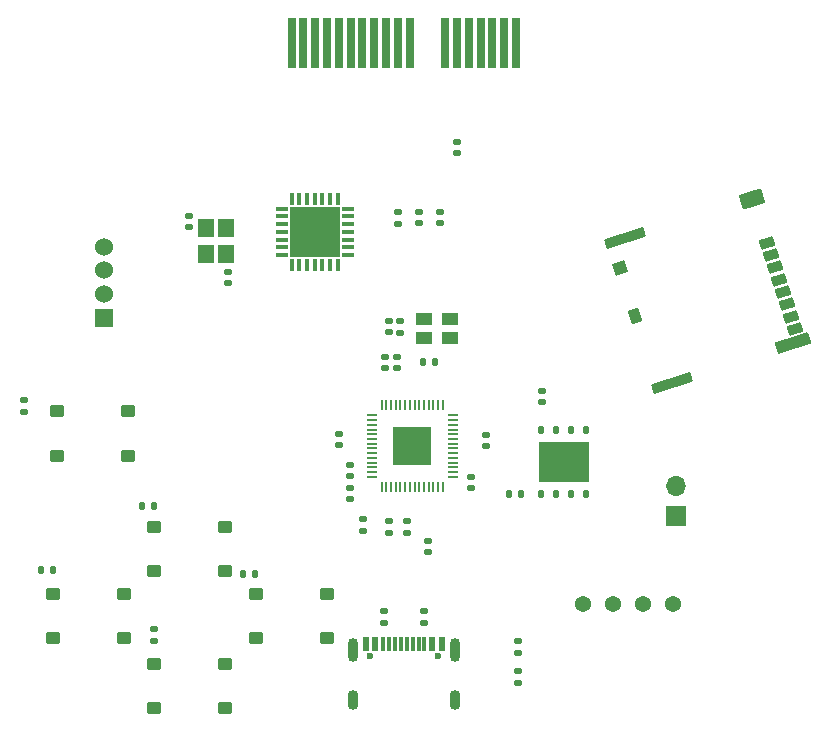
<source format=gbr>
%TF.GenerationSoftware,KiCad,Pcbnew,9.0.0*%
%TF.CreationDate,2025-05-31T20:06:25-04:00*%
%TF.ProjectId,status,73746174-7573-42e6-9b69-6361645f7063,rev?*%
%TF.SameCoordinates,Original*%
%TF.FileFunction,Soldermask,Top*%
%TF.FilePolarity,Negative*%
%FSLAX46Y46*%
G04 Gerber Fmt 4.6, Leading zero omitted, Abs format (unit mm)*
G04 Created by KiCad (PCBNEW 9.0.0) date 2025-05-31 20:06:25*
%MOMM*%
%LPD*%
G01*
G04 APERTURE LIST*
G04 Aperture macros list*
%AMRoundRect*
0 Rectangle with rounded corners*
0 $1 Rounding radius*
0 $2 $3 $4 $5 $6 $7 $8 $9 X,Y pos of 4 corners*
0 Add a 4 corners polygon primitive as box body*
4,1,4,$2,$3,$4,$5,$6,$7,$8,$9,$2,$3,0*
0 Add four circle primitives for the rounded corners*
1,1,$1+$1,$2,$3*
1,1,$1+$1,$4,$5*
1,1,$1+$1,$6,$7*
1,1,$1+$1,$8,$9*
0 Add four rect primitives between the rounded corners*
20,1,$1+$1,$2,$3,$4,$5,0*
20,1,$1+$1,$4,$5,$6,$7,0*
20,1,$1+$1,$6,$7,$8,$9,0*
20,1,$1+$1,$8,$9,$2,$3,0*%
G04 Aperture macros list end*
%ADD10RoundRect,0.125000X0.125000X-0.250000X0.125000X0.250000X-0.125000X0.250000X-0.125000X-0.250000X0*%
%ADD11R,4.300000X3.400000*%
%ADD12RoundRect,0.140000X0.170000X-0.140000X0.170000X0.140000X-0.170000X0.140000X-0.170000X-0.140000X0*%
%ADD13RoundRect,0.135000X-0.185000X0.135000X-0.185000X-0.135000X0.185000X-0.135000X0.185000X0.135000X0*%
%ADD14RoundRect,0.135000X0.185000X-0.135000X0.185000X0.135000X-0.185000X0.135000X-0.185000X-0.135000X0*%
%ADD15RoundRect,0.135000X0.135000X0.185000X-0.135000X0.185000X-0.135000X-0.185000X0.135000X-0.185000X0*%
%ADD16RoundRect,0.140000X-0.170000X0.140000X-0.170000X-0.140000X0.170000X-0.140000X0.170000X0.140000X0*%
%ADD17RoundRect,0.147500X-0.172500X0.147500X-0.172500X-0.147500X0.172500X-0.147500X0.172500X0.147500X0*%
%ADD18RoundRect,0.076200X-0.631237X0.162910X-0.414925X-0.502829X0.631237X-0.162910X0.414925X0.502829X0*%
%ADD19RoundRect,0.076200X-0.581299X0.284283X-0.303184X-0.571668X0.581299X-0.284283X0.303184X0.571668X0*%
%ADD20RoundRect,0.076200X-0.533146X0.378788X-0.208678X-0.619821X0.533146X-0.378788X0.208678X0.619821X0*%
%ADD21RoundRect,0.076200X-1.046356X0.259352X-0.694077X-0.824853X1.046356X-0.259352X0.694077X0.824853X0*%
%ADD22RoundRect,0.076200X-1.464356X-0.023669X-1.198602X-0.841578X1.464356X0.023669X1.198602X0.841578X0*%
%ADD23RoundRect,0.076200X-1.691665X-0.181644X-1.475353X-0.847383X1.691665X0.181644X1.475353X0.847383X0*%
%ADD24C,1.371600*%
%ADD25RoundRect,0.102000X-0.500000X-0.375000X0.500000X-0.375000X0.500000X0.375000X-0.500000X0.375000X0*%
%ADD26R,1.524000X1.524000*%
%ADD27C,1.524000*%
%ADD28C,0.600000*%
%ADD29R,0.600000X1.160000*%
%ADD30R,0.300000X1.160000*%
%ADD31O,0.900000X2.000000*%
%ADD32O,0.900000X1.700000*%
%ADD33R,1.400000X1.100000*%
%ADD34R,1.700000X1.700000*%
%ADD35O,1.700000X1.700000*%
%ADD36R,1.016000X0.304800*%
%ADD37R,0.304800X1.016000*%
%ADD38R,4.191000X4.191000*%
%ADD39RoundRect,0.102000X0.600000X0.700000X-0.600000X0.700000X-0.600000X-0.700000X0.600000X-0.700000X0*%
%ADD40RoundRect,0.050000X0.387500X0.050000X-0.387500X0.050000X-0.387500X-0.050000X0.387500X-0.050000X0*%
%ADD41RoundRect,0.050000X0.050000X0.387500X-0.050000X0.387500X-0.050000X-0.387500X0.050000X-0.387500X0*%
%ADD42R,3.200000X3.200000*%
%ADD43RoundRect,0.140000X-0.140000X-0.170000X0.140000X-0.170000X0.140000X0.170000X-0.140000X0.170000X0*%
%ADD44R,0.700000X4.300000*%
G04 APERTURE END LIST*
D10*
%TO.C,U4*%
X158070449Y-102356000D03*
X159340449Y-102356000D03*
X160610449Y-102356000D03*
X161880449Y-102356000D03*
X161880449Y-96956000D03*
X160610449Y-96956000D03*
X159340449Y-96956000D03*
X158070449Y-96956000D03*
D11*
X159975449Y-99656000D03*
%TD*%
D12*
%TO.C,C15*%
X153339800Y-98295400D03*
X153339800Y-97335400D03*
%TD*%
%TO.C,C7*%
X152146000Y-101876800D03*
X152146000Y-100916800D03*
%TD*%
D13*
%TO.C,R13*%
X145923000Y-78486000D03*
X145923000Y-79506000D03*
%TD*%
D14*
%TO.C,R8*%
X125300000Y-114810000D03*
X125300000Y-113790000D03*
%TD*%
D15*
%TO.C,R7*%
X116710000Y-108800000D03*
X115690000Y-108800000D03*
%TD*%
D16*
%TO.C,C5*%
X147713700Y-78496000D03*
X147713700Y-79456000D03*
%TD*%
D12*
%TO.C,C12*%
X141846600Y-102775600D03*
X141846600Y-101815600D03*
%TD*%
D16*
%TO.C,C10*%
X144805400Y-90756800D03*
X144805400Y-91716800D03*
%TD*%
D14*
%TO.C,R3*%
X146125000Y-88710000D03*
X146125000Y-87690000D03*
%TD*%
D12*
%TO.C,C22*%
X131500000Y-84530000D03*
X131500000Y-83570000D03*
%TD*%
D17*
%TO.C,D1*%
X156100000Y-114840000D03*
X156100000Y-115810000D03*
%TD*%
D12*
%TO.C,C9*%
X142925800Y-105458200D03*
X142925800Y-104498200D03*
%TD*%
D16*
%TO.C,C14*%
X141833600Y-99900800D03*
X141833600Y-100860800D03*
%TD*%
D18*
%TO.C,J4*%
X177139232Y-81073265D03*
X177479151Y-82119427D03*
X177819070Y-83165589D03*
X178158989Y-84211751D03*
X178498907Y-85257914D03*
X178838826Y-86304076D03*
X179178745Y-87350238D03*
X179518663Y-88396400D03*
D19*
X164731173Y-83222772D03*
D20*
X165977801Y-87302203D03*
D21*
X175925981Y-77387801D03*
D22*
X179376872Y-89578050D03*
D23*
X165158611Y-80655010D03*
X169163471Y-92980702D03*
%TD*%
D13*
%TO.C,R14*%
X156100000Y-117340000D03*
X156100000Y-118360000D03*
%TD*%
D24*
%TO.C,J2*%
X161590000Y-111710500D03*
X164130000Y-111710500D03*
X166670000Y-111710500D03*
X169210000Y-111710500D03*
%TD*%
D14*
%TO.C,R15*%
X114225000Y-95395000D03*
X114225000Y-94375000D03*
%TD*%
D15*
%TO.C,R9*%
X133810000Y-109100000D03*
X132790000Y-109100000D03*
%TD*%
D25*
%TO.C,S7*%
X116700000Y-110825000D03*
X122700000Y-110825000D03*
X116700000Y-114575000D03*
X122700000Y-114575000D03*
%TD*%
D26*
%TO.C,J3*%
X121050000Y-87425000D03*
D27*
X121050000Y-85425000D03*
X121050000Y-83425000D03*
X121050000Y-81425000D03*
%TD*%
D28*
%TO.C,J6*%
X143530000Y-116090000D03*
X149310000Y-116090000D03*
D29*
X143220000Y-115030000D03*
X144020000Y-115030000D03*
D30*
X145170000Y-115030000D03*
X146170000Y-115030000D03*
X146670000Y-115030000D03*
X147670000Y-115030000D03*
D29*
X148820000Y-115030000D03*
X149620000Y-115030000D03*
X149620000Y-115030000D03*
X148820000Y-115030000D03*
D30*
X148170000Y-115030000D03*
X147170000Y-115030000D03*
X145670000Y-115030000D03*
X144670000Y-115030000D03*
D29*
X144020000Y-115030000D03*
X143220000Y-115030000D03*
D31*
X142100000Y-115610000D03*
D32*
X142100000Y-119780000D03*
D31*
X150740000Y-115610000D03*
D32*
X150740000Y-119780000D03*
%TD*%
D33*
%TO.C,X1*%
X148150400Y-89133701D03*
X150350400Y-89133701D03*
X150350400Y-87533699D03*
X148150400Y-87533699D03*
%TD*%
D16*
%TO.C,C4*%
X149504400Y-78496000D03*
X149504400Y-79456000D03*
%TD*%
D34*
%TO.C,J7*%
X169490000Y-104225000D03*
D35*
X169490000Y-101685000D03*
%TD*%
D13*
%TO.C,R5*%
X145150000Y-104646000D03*
X145150000Y-105666000D03*
%TD*%
D16*
%TO.C,C18*%
X145150000Y-87720000D03*
X145150000Y-88680000D03*
%TD*%
%TO.C,C6*%
X128250000Y-78795000D03*
X128250000Y-79755000D03*
%TD*%
D25*
%TO.C,S9*%
X125300000Y-116725000D03*
X131300000Y-116725000D03*
X125300000Y-120475000D03*
X131300000Y-120475000D03*
%TD*%
D16*
%TO.C,C17*%
X158115000Y-93627000D03*
X158115000Y-94587000D03*
%TD*%
D36*
%TO.C,U1*%
X141674000Y-82114001D03*
X141674000Y-81464000D03*
X141674000Y-80813999D03*
X141674000Y-80164000D03*
X141674000Y-79514001D03*
X141674000Y-78864000D03*
X141674000Y-78214001D03*
D37*
X140830001Y-77370000D03*
X140180000Y-77370000D03*
X139530001Y-77370000D03*
X138880000Y-77370000D03*
X138230001Y-77370000D03*
X137580000Y-77370000D03*
X136930001Y-77370000D03*
D36*
X136086000Y-78213999D03*
X136086000Y-78864000D03*
X136086000Y-79513999D03*
X136086000Y-80164000D03*
X136086000Y-80813999D03*
X136086000Y-81464000D03*
X136086000Y-82113999D03*
D37*
X136929999Y-82958000D03*
X137580000Y-82958000D03*
X138229999Y-82958000D03*
X138880000Y-82958000D03*
X139529999Y-82958000D03*
X140180000Y-82958000D03*
X140829999Y-82958000D03*
D38*
X138880000Y-80164000D03*
%TD*%
D39*
%TO.C,Y1*%
X131400000Y-82075000D03*
X131400000Y-79875000D03*
X129700000Y-79875000D03*
X129700000Y-82075000D03*
%TD*%
D16*
%TO.C,C20*%
X145821400Y-90756800D03*
X145821400Y-91716800D03*
%TD*%
D13*
%TO.C,R4*%
X146685000Y-104646000D03*
X146685000Y-105666000D03*
%TD*%
D25*
%TO.C,S11*%
X117075000Y-95375000D03*
X123075000Y-95375000D03*
X117075000Y-99125000D03*
X123075000Y-99125000D03*
%TD*%
D40*
%TO.C,U2*%
X150567500Y-100902500D03*
X150567500Y-100502500D03*
X150567500Y-100102500D03*
X150567500Y-99702500D03*
X150567500Y-99302500D03*
X150567500Y-98902500D03*
X150567500Y-98502500D03*
X150567500Y-98102500D03*
X150567500Y-97702500D03*
X150567500Y-97302500D03*
X150567500Y-96902500D03*
X150567500Y-96502500D03*
X150567500Y-96102500D03*
X150567500Y-95702500D03*
D41*
X149730000Y-94865000D03*
X149330000Y-94865000D03*
X148930000Y-94865000D03*
X148530000Y-94865000D03*
X148130000Y-94865000D03*
X147730000Y-94865000D03*
X147330000Y-94865000D03*
X146930000Y-94865000D03*
X146530000Y-94865000D03*
X146130000Y-94865000D03*
X145730000Y-94865000D03*
X145330000Y-94865000D03*
X144930000Y-94865000D03*
X144530000Y-94865000D03*
D40*
X143692500Y-95702500D03*
X143692500Y-96102500D03*
X143692500Y-96502500D03*
X143692500Y-96902500D03*
X143692500Y-97302500D03*
X143692500Y-97702500D03*
X143692500Y-98102500D03*
X143692500Y-98502500D03*
X143692500Y-98902500D03*
X143692500Y-99302500D03*
X143692500Y-99702500D03*
X143692500Y-100102500D03*
X143692500Y-100502500D03*
X143692500Y-100902500D03*
D41*
X144530000Y-101740000D03*
X144930000Y-101740000D03*
X145330000Y-101740000D03*
X145730000Y-101740000D03*
X146130000Y-101740000D03*
X146530000Y-101740000D03*
X146930000Y-101740000D03*
X147330000Y-101740000D03*
X147730000Y-101740000D03*
X148130000Y-101740000D03*
X148530000Y-101740000D03*
X148930000Y-101740000D03*
X149330000Y-101740000D03*
X149730000Y-101740000D03*
D42*
X147130000Y-98302500D03*
%TD*%
D15*
%TO.C,R10*%
X125310000Y-103400000D03*
X124290000Y-103400000D03*
%TD*%
D13*
%TO.C,R11*%
X144780000Y-112266000D03*
X144780000Y-113286000D03*
%TD*%
D15*
%TO.C,R6*%
X156339000Y-102362000D03*
X155319000Y-102362000D03*
%TD*%
D13*
%TO.C,R12*%
X148160000Y-112266000D03*
X148160000Y-113286000D03*
%TD*%
D43*
%TO.C,C23*%
X148084600Y-91160600D03*
X149044600Y-91160600D03*
%TD*%
D25*
%TO.C,S8*%
X125300000Y-105125000D03*
X131300000Y-105125000D03*
X125300000Y-108875000D03*
X131300000Y-108875000D03*
%TD*%
D12*
%TO.C,C8*%
X148488400Y-107312400D03*
X148488400Y-106352400D03*
%TD*%
%TO.C,C16*%
X140919200Y-98244600D03*
X140919200Y-97284600D03*
%TD*%
D25*
%TO.C,S10*%
X133900000Y-110825000D03*
X139900000Y-110825000D03*
X133900000Y-114575000D03*
X139900000Y-114575000D03*
%TD*%
D12*
%TO.C,C3*%
X150926800Y-73530400D03*
X150926800Y-72570400D03*
%TD*%
D44*
%TO.C,J1*%
X136913000Y-64138595D03*
X137913000Y-64138595D03*
X138913000Y-64138595D03*
X139913000Y-64138595D03*
X140913000Y-64138595D03*
X141913000Y-64138595D03*
X142913000Y-64138595D03*
X143913000Y-64138595D03*
X144913000Y-64138595D03*
X145913000Y-64138595D03*
X146913000Y-64138595D03*
X149913000Y-64138595D03*
X150913000Y-64138595D03*
X151913000Y-64138595D03*
X152913000Y-64138595D03*
X153913000Y-64138595D03*
X154913000Y-64138595D03*
X155913000Y-64138595D03*
%TD*%
M02*

</source>
